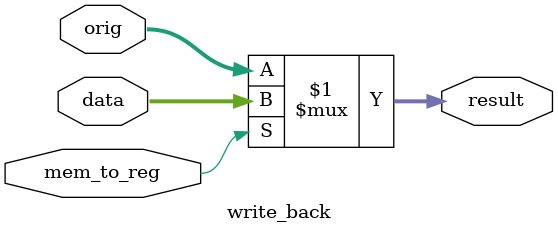
<source format=v>

module write_back
#(
    parameter XLEN = 32
)
(

    input mem_to_reg,
    input [XLEN-1:0] data,orig,
    
    output  [XLEN-1:0]  result
);

assign result = (mem_to_reg) ? data : orig;

endmodule
</source>
